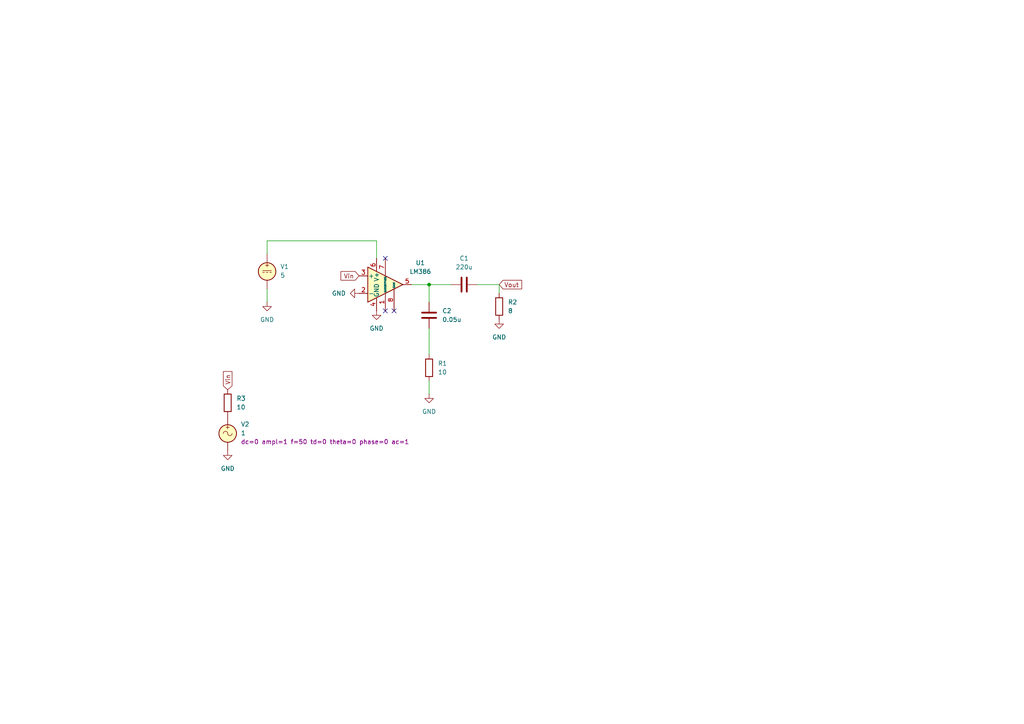
<source format=kicad_sch>
(kicad_sch (version 20231120) (generator "eeschema") (generator_version "8.0")
  (paper "A4")
  (lib_symbols
    (symbol "Amplifier_Audio:LM386" (pin_names (offset 0.127))
      (property "Reference" "U" (at 1.27 7.62 0))
      (property "Value" "LM386" (at 1.27 5.08 0))
      (symbol "LM386_0_1"
        (polyline (pts (xy 5.08 0) (xy -5.08 5.08) (xy -5.08 -5.08) (xy 5.08 0)) (stroke (width 0.254)) (fill (type background)))
      )
      (symbol "LM386_1_1"
        (pin input line (at 0 -7.62 90) (length 5.08) (name "GAIN") (number "1"))
        (pin input line (at -7.62 -2.54 0) (length 2.54) (name "-") (number "2"))
        (pin input line (at -7.62 2.54 0) (length 2.54) (name "+") (number "3"))
        (pin power_in line (at -2.54 -7.62 90) (length 3.81) (name "GND") (number "4"))
        (pin output line (at 7.62 0 180) (length 2.54) (name "~") (number "5"))
        (pin power_in line (at -2.54 7.62 270) (length 3.81) (name "V+") (number "6"))
        (pin input line (at 0 7.62 270) (length 5.08) (name "BYPASS") (number "7"))
        (pin input line (at 2.54 -7.62 90) (length 6.35) (name "GAIN") (number "8"))
      )
    )
    (symbol "Device:C" (pin_numbers hide) (pin_names (offset 0.254))
      (property "Reference" "C" (at 0.635 2.54 0))
      (property "Value" "C" (at 0.635 -2.54 0))
      (symbol "C_0_1"
        (polyline (pts (xy -2.032 -0.762) (xy 2.032 -0.762)) (stroke (width 0.508)))
        (polyline (pts (xy -2.032 0.762) (xy 2.032 0.762)) (stroke (width 0.508)))
      )
      (symbol "C_1_1"
        (pin passive line (at 0 3.81 270) (length 2.794) (name "~") (number "1"))
        (pin passive line (at 0 -3.81 90) (length 2.794) (name "~") (number "2"))
      )
    )
    (symbol "Device:R" (pin_numbers hide) (pin_names (offset 0))
      (property "Reference" "R" (at 2.032 0 90))
      (property "Value" "R" (at 0 0 90))
      (symbol "R_0_1"
        (rectangle (start -1.016 -2.54) (end 1.016 2.54) (stroke (width 0.254)))
      )
      (symbol "R_1_1"
        (pin passive line (at 0 3.81 270) (length 1.27) (name "~") (number "1"))
        (pin passive line (at 0 -3.81 90) (length 1.27) (name "~") (number "2"))
      )
    )
    (symbol "Simulation_SPICE:VDC" (pin_numbers hide) (pin_names (offset 0.0254))
      (property "Reference" "V" (at 2.54 2.54 0))
      (property "Value" "1" (at 2.54 0 0))
      (symbol "VDC_0_0"
        (polyline (pts (xy -1.27 0.254) (xy 1.27 0.254)))
        (polyline (pts (xy -0.762 -0.254) (xy -1.27 -0.254)))
        (polyline (pts (xy 0.254 -0.254) (xy -0.254 -0.254)))
        (polyline (pts (xy 1.27 -0.254) (xy 0.762 -0.254)))
        (text "+" (at 0 1.905 0) (effects (font (size 1.27 1.27))))
      )
      (symbol "VDC_0_1"
        (circle (center 0 0) (radius 2.54) (stroke (width 0.254)) (fill (type background)))
      )
      (symbol "VDC_1_1"
        (pin passive line (at 0 5.08 270) (length 2.54) (name "~") (number "1"))
        (pin passive line (at 0 -5.08 90) (length 2.54) (name "~") (number "2"))
      )
    )
    (symbol "Simulation_SPICE:VSIN" (pin_numbers hide) (pin_names (offset 0.0254))
      (property "Reference" "V" (at 2.54 2.54 0))
      (property "Value" "VSIN" (at 2.54 0 0))
      (property "Sim.Params" "dc=0 ampl=1 f=1k ac=1" (at 2.54 -2.54 0))
      (symbol "VSIN_0_0"
        (arc (start 0 0) (mid -0.635 0.6323) (end -1.27 0))
        (arc (start 0 0) (mid 0.635 -0.6323) (end 1.27 0))
        (text "+" (at 0 1.905 0) (effects (font (size 1.27 1.27))))
      )
      (symbol "VSIN_0_1"
        (circle (center 0 0) (radius 2.54) (stroke (width 0.254)) (fill (type background)))
      )
      (symbol "VSIN_1_1"
        (pin passive line (at 0 5.08 270) (length 2.54) (name "~") (number "1"))
        (pin passive line (at 0 -5.08 90) (length 2.54) (name "~") (number "2"))
      )
    )
    (symbol "power:GND" (power) (pin_numbers hide) (pin_names (offset 0) hide)
      (property "Value" "GND" (at 0 -3.81 0))
      (symbol "GND_0_1"
        (polyline (pts (xy 0 0) (xy 0 -1.27) (xy 1.27 -1.27) (xy 0 -2.54) (xy -1.27 -1.27) (xy 0 -1.27)))
      )
      (symbol "GND_1_1"
        (pin power_in line (at 0 0 270) (length 0) (name "~") (number "1"))
      )
    )
  )
  (junction (at 124.46 82.55))
  (no_connect (at 111.76 74.93))
  (no_connect (at 114.3 90.17))
  (no_connect (at 111.76 90.17))
  (wire (pts (xy 77.47 83.82) (xy 77.47 87.63)))
  (wire (pts (xy 109.22 69.85) (xy 109.22 74.93)))
  (wire (pts (xy 119.38 82.55) (xy 124.46 82.55)))
  (wire (pts (xy 124.46 82.55) (xy 124.46 87.63)))
  (wire (pts (xy 77.47 73.66) (xy 77.47 69.85)))
  (wire (pts (xy 144.78 82.55) (xy 144.78 85.09)))
  (wire (pts (xy 77.47 69.85) (xy 109.22 69.85)))
  (wire (pts (xy 124.46 110.49) (xy 124.46 114.3)))
  (wire (pts (xy 124.46 95.25) (xy 124.46 102.87)))
  (wire (pts (xy 124.46 82.55) (xy 130.81 82.55)))
  (wire (pts (xy 138.43 82.55) (xy 144.78 82.55)))
  (global_label "Vin" (shape input) (at 66.04 113.03 90) (property "Intersheetrefs" "${INTERSHEET_REFS}" (effects (hide yes))))
  (global_label "Vout" (shape input) (at 144.78 82.55 0) (property "Intersheetrefs" "${INTERSHEET_REFS}" (effects (hide yes))))
  (global_label "Vin" (shape input) (at 104.14 80.01 180) (property "Intersheetrefs" "${INTERSHEET_REFS}" (effects (hide yes))))
  (symbol (lib_id "power:GND") (at 124.46 114.3 0) (unit 1)
    (property "Reference" "#PWR01" (effects (hide yes)))
    (property "Value" "GND" (at 124.46 119.38 0))
    (property "Description" "Power symbol creates a global label with name \"GND\" , ground" (effects (hide yes)))
  )
  (symbol (lib_id "Device:R") (at 144.78 88.9 0) (unit 1)
    (property "Reference" "R2" (at 147.32 87.6299 0) (effects (justify left)))
    (property "Value" "8" (at 147.32 90.1699 0) (effects (justify left)))
    (property "Description" "Resistor" (effects (hide yes)))
  )
  (symbol (lib_id "Simulation_SPICE:VDC") (at 77.47 78.74 0) (unit 1)
    (property "Reference" "V1" (at 81.28 77.3401 0) (effects (justify left)))
    (property "Value" "5" (at 81.28 79.8801 0) (effects (justify left)))
    (property "Datasheet" "https://ngspice.sourceforge.io/docs/ngspice-html-manual/manual.xhtml#sec_Independent_Sources_for" (effects (hide yes)))
    (property "Description" "Voltage source, DC" (effects (hide yes)))
    (property "Sim.Pins" "1=+ 2=-" (effects (hide yes)))
    (property "Sim.Type" "DC" (effects (hide yes)))
    (property "Sim.Device" "V" (effects (hide yes)))
  )
  (symbol (lib_id "Device:R") (at 66.04 116.84 0) (unit 1)
    (property "Reference" "R3" (at 68.58 115.5699 0) (effects (justify left)))
    (property "Value" "10" (at 68.58 118.1099 0) (effects (justify left)))
    (property "Description" "Resistor" (effects (hide yes)))
  )
  (symbol (lib_id "Simulation_SPICE:VSIN") (at 66.04 125.73 0) (unit 1)
    (property "Reference" "V2" (at 69.85 123.0601 0) (effects (justify left)))
    (property "Value" "1" (at 69.85 125.6001 0) (effects (justify left)))
    (property "Datasheet" "https://ngspice.sourceforge.io/docs/ngspice-html-manual/manual.xhtml#sec_Independent_Sources_for" (effects (hide yes)))
    (property "Description" "Voltage source, sinusoidal" (effects (hide yes)))
    (property "Sim.Pins" "1=+ 2=-" (effects (hide yes)))
    (property "Sim.Params" "dc=0 ampl=1 f=50 td=0 theta=0 phase=0 ac=1" (at 69.85 128.1401 0) (effects (justify left)))
    (property "Sim.Type" "SIN" (effects (hide yes)))
    (property "Sim.Device" "V" (effects (hide yes)))
  )
  (symbol (lib_id "Device:R") (at 124.46 106.68 0) (unit 1)
    (property "Reference" "R1" (at 127 105.4099 0) (effects (justify left)))
    (property "Value" "10" (at 127 107.9499 0) (effects (justify left)))
    (property "Description" "Resistor" (effects (hide yes)))
  )
  (symbol (lib_id "Amplifier_Audio:LM386") (at 111.76 82.55 0) (unit 1)
    (property "Reference" "U1" (at 121.92 76.2314 0))
    (property "Value" "LM386" (at 121.92 78.7714 0))
    (property "Datasheet" "http://www.ti.com/lit/ds/symlink/lm386.pdf" (effects (hide yes)))
    (property "Description" "Low Voltage Audio Power Amplifier, DIP-8/SOIC-8/SSOP-8" (effects (hide yes)))
    (property "Sim.Library" "D:\\Escritorio\\Facu\\CIA UCA\\Curso KiCAD\\Curso_KiCAD\\Modelos Spice\\LM386.LIB" (effects (hide yes)))
    (property "Sim.Name" "lm386" (effects (hide yes)))
    (property "Sim.Device" "SUBCKT" (effects (hide yes)))
    (property "Sim.Pins" "1=g1 2=inn 3=inp 4=gnd 5=out 6=vs 7=byp 8=g8" (effects (hide yes)))
  )
  (symbol (lib_id "power:GND") (at 77.47 87.63 0) (unit 1)
    (property "Reference" "#PWR03" (effects (hide yes)))
    (property "Value" "GND" (at 77.47 92.71 0))
    (property "Description" "Power symbol creates a global label with name \"GND\" , ground" (effects (hide yes)))
  )
  (symbol (lib_id "power:GND") (at 109.22 90.17 0) (unit 1)
    (property "Reference" "#PWR06" (effects (hide yes)))
    (property "Value" "GND" (at 109.22 95.25 0))
    (property "Description" "Power symbol creates a global label with name \"GND\" , ground" (effects (hide yes)))
  )
  (symbol (lib_id "power:GND") (at 66.04 130.81 0) (unit 1)
    (property "Reference" "#PWR05" (effects (hide yes)))
    (property "Value" "GND" (at 66.04 135.89 0))
    (property "Description" "Power symbol creates a global label with name \"GND\" , ground" (effects (hide yes)))
  )
  (symbol (lib_id "power:GND") (at 144.78 92.71 0) (unit 1)
    (property "Reference" "#PWR02" (effects (hide yes)))
    (property "Value" "GND" (at 144.78 97.79 0))
    (property "Description" "Power symbol creates a global label with name \"GND\" , ground" (effects (hide yes)))
  )
  (symbol (lib_id "Device:C") (at 124.46 91.44 180) (unit 1)
    (property "Reference" "C2" (at 128.27 90.1699 0) (effects (justify right)))
    (property "Value" "0.05u" (at 128.27 92.7099 0) (effects (justify right)))
    (property "Description" "Unpolarized capacitor" (effects (hide yes)))
  )
  (symbol (lib_id "power:GND") (at 104.14 85.09 270) (unit 1)
    (property "Reference" "#PWR07" (effects (hide yes)))
    (property "Value" "GND" (at 100.33 85.0899 90) (effects (justify right)))
    (property "Description" "Power symbol creates a global label with name \"GND\" , ground" (effects (hide yes)))
  )
  (symbol (lib_id "Device:C") (at 134.62 82.55 90) (unit 1)
    (property "Reference" "C1" (at 134.62 74.93 90))
    (property "Value" "220u" (at 134.62 77.47 90))
    (property "Description" "Unpolarized capacitor" (effects (hide yes)))
  )
)
</source>
